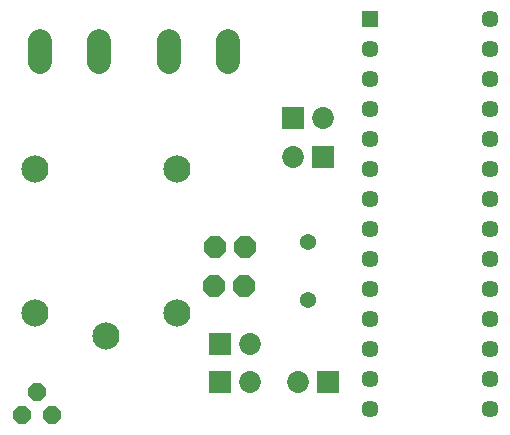
<source format=gbr>
G04 EAGLE Gerber X2 export*
%TF.Part,Single*%
%TF.FileFunction,Soldermask,Top,1*%
%TF.FilePolarity,Negative*%
%TF.GenerationSoftware,Autodesk,EAGLE,9.1.3*%
%TF.CreationDate,2018-11-21T18:37:06Z*%
G75*
%MOMM*%
%FSLAX34Y34*%
%LPD*%
%AMOC8*
5,1,8,0,0,1.08239X$1,22.5*%
G01*
%ADD10P,1.951982X8X202.500000*%
%ADD11R,1.444200X1.444200*%
%ADD12C,1.444200*%
%ADD13C,1.371200*%
%ADD14R,1.853200X1.853200*%
%ADD15C,1.853200*%
%ADD16C,2.303200*%
%ADD17P,1.649562X8X22.500000*%
%ADD18C,1.993900*%


D10*
X212090Y175260D03*
X186690Y175260D03*
X210820Y142240D03*
X185420Y142240D03*
D11*
X317500Y368300D03*
D12*
X317500Y342900D03*
X317500Y317500D03*
X317500Y292100D03*
X317500Y266700D03*
X317500Y241300D03*
X317500Y215900D03*
X317500Y190500D03*
X317500Y165100D03*
X317500Y139700D03*
X317500Y114300D03*
X317500Y88900D03*
X317500Y63500D03*
X317500Y38100D03*
X419100Y38100D03*
X419100Y63500D03*
X419100Y88900D03*
X419100Y114300D03*
X419100Y139700D03*
X419100Y165100D03*
X419100Y190500D03*
X419100Y215900D03*
X419100Y241300D03*
X419100Y266700D03*
X419100Y292100D03*
X419100Y317500D03*
X419100Y342900D03*
X419100Y368300D03*
D13*
X265430Y130540D03*
X265430Y179340D03*
D14*
X278130Y251460D03*
D15*
X252730Y251460D03*
D14*
X252730Y284480D03*
D15*
X278130Y284480D03*
D16*
X33910Y241590D03*
X33910Y119590D03*
X93910Y99590D03*
X153910Y119590D03*
X153910Y241590D03*
D17*
X48260Y33020D03*
X35560Y52070D03*
X22860Y33020D03*
D18*
X88500Y331407D02*
X88500Y349314D01*
X38500Y349314D02*
X38500Y331407D01*
X197720Y331407D02*
X197720Y349314D01*
X147720Y349314D02*
X147720Y331407D01*
D14*
X190500Y60960D03*
D15*
X215900Y60960D03*
D14*
X281940Y60960D03*
D15*
X256540Y60960D03*
D14*
X190500Y92710D03*
D15*
X215900Y92710D03*
M02*

</source>
